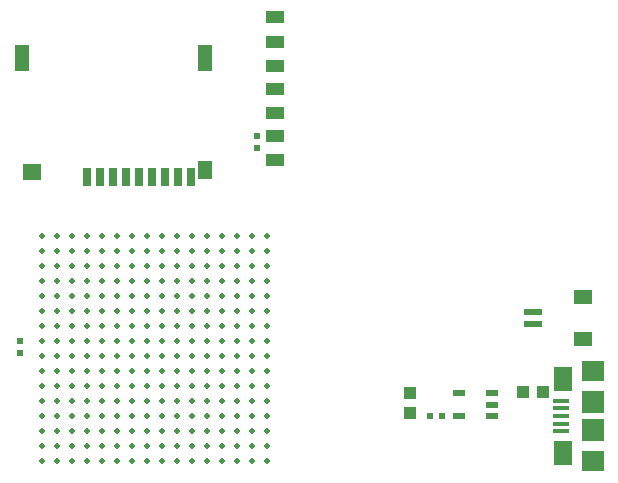
<source format=gbr>
G04 EAGLE Gerber RS-274X export*
G75*
%MOMM*%
%FSLAX34Y34*%
%LPD*%
%INSolderpaste Top*%
%IPPOS*%
%AMOC8*
5,1,8,0,0,1.08239X$1,22.5*%
G01*
%ADD10C,0.500000*%
%ADD11R,0.600000X0.500000*%
%ADD12R,0.700000X1.600000*%
%ADD13R,1.200000X1.600000*%
%ADD14R,1.200000X2.200000*%
%ADD15R,1.600000X1.400000*%
%ADD16R,1.500000X1.000000*%
%ADD17R,1.100000X0.600000*%
%ADD18R,1.900000X1.800000*%
%ADD19R,1.900000X1.900000*%
%ADD20R,1.600000X2.100000*%
%ADD21R,1.350000X0.400000*%
%ADD22R,1.100000X1.000000*%
%ADD23R,1.000000X1.100000*%
%ADD24R,0.500000X0.600000*%
%ADD25R,1.600000X1.200000*%
%ADD26R,1.600000X0.600000*%


D10*
X26670Y12954D03*
X26670Y25654D03*
X26670Y38354D03*
X26670Y51054D03*
X26670Y63754D03*
X26670Y76454D03*
X26670Y89154D03*
X26670Y101854D03*
X26670Y114554D03*
X26670Y127254D03*
X26670Y139954D03*
X26670Y152654D03*
X26670Y165354D03*
X26670Y178054D03*
X26670Y190754D03*
X26670Y203454D03*
X39370Y12954D03*
X39370Y25654D03*
X39370Y38354D03*
X39370Y51054D03*
X39370Y63754D03*
X39370Y76454D03*
X39370Y89154D03*
X39370Y101854D03*
X39370Y114554D03*
X39370Y127254D03*
X39370Y139954D03*
X39370Y152654D03*
X39370Y165354D03*
X39370Y178054D03*
X39370Y190754D03*
X39370Y203454D03*
X52070Y12954D03*
X52070Y25654D03*
X52070Y38354D03*
X52070Y51054D03*
X52070Y63754D03*
X52070Y76454D03*
X52070Y89154D03*
X52070Y101854D03*
X52070Y114554D03*
X52070Y127254D03*
X52070Y139954D03*
X52070Y152654D03*
X52070Y165354D03*
X52070Y178054D03*
X52070Y190754D03*
X52070Y203454D03*
X64770Y12954D03*
X64770Y25654D03*
X64770Y38354D03*
X64770Y51054D03*
X64770Y63754D03*
X64770Y76454D03*
X64770Y89154D03*
X64770Y101854D03*
X64770Y114554D03*
X64770Y127254D03*
X64770Y139954D03*
X64770Y152654D03*
X64770Y165354D03*
X64770Y178054D03*
X64770Y190754D03*
X64770Y203454D03*
X77470Y12954D03*
X77470Y25654D03*
X77470Y38354D03*
X77470Y51054D03*
X77470Y63754D03*
X77470Y76454D03*
X77470Y89154D03*
X77470Y101854D03*
X77470Y114554D03*
X77470Y127254D03*
X77470Y139954D03*
X77470Y152654D03*
X77470Y165354D03*
X77470Y178054D03*
X77470Y190754D03*
X77470Y203454D03*
X90170Y12954D03*
X90170Y25654D03*
X90170Y38354D03*
X90170Y51054D03*
X90170Y63754D03*
X90170Y76454D03*
X90170Y89154D03*
X90170Y101854D03*
X90170Y114554D03*
X90170Y127254D03*
X90170Y139954D03*
X90170Y152654D03*
X90170Y165354D03*
X90170Y178054D03*
X90170Y190754D03*
X90170Y203454D03*
X102870Y12954D03*
X102870Y25654D03*
X102870Y38354D03*
X102870Y51054D03*
X102870Y63754D03*
X102870Y76454D03*
X102870Y89154D03*
X102870Y101854D03*
X102870Y114554D03*
X102870Y127254D03*
X102870Y139954D03*
X102870Y152654D03*
X102870Y165354D03*
X102870Y178054D03*
X102870Y190754D03*
X102870Y203454D03*
X115570Y12954D03*
X115570Y25654D03*
X115570Y38354D03*
X115570Y51054D03*
X115570Y63754D03*
X115570Y76454D03*
X115570Y89154D03*
X115570Y101854D03*
X115570Y114554D03*
X115570Y127254D03*
X115570Y139954D03*
X115570Y152654D03*
X115570Y165354D03*
X115570Y178054D03*
X115570Y190754D03*
X115570Y203454D03*
X128270Y12954D03*
X128270Y25654D03*
X128270Y38354D03*
X128270Y51054D03*
X128270Y63754D03*
X128270Y76454D03*
X128270Y89154D03*
X128270Y101854D03*
X128270Y114554D03*
X128270Y127254D03*
X128270Y139954D03*
X128270Y152654D03*
X128270Y165354D03*
X128270Y178054D03*
X128270Y190754D03*
X128270Y203454D03*
X140970Y12954D03*
X140970Y25654D03*
X140970Y38354D03*
X140970Y51054D03*
X140970Y63754D03*
X140970Y76454D03*
X140970Y89154D03*
X140970Y101854D03*
X140970Y114554D03*
X140970Y127254D03*
X140970Y139954D03*
X140970Y152654D03*
X140970Y165354D03*
X140970Y178054D03*
X140970Y190754D03*
X140970Y203454D03*
X153670Y12954D03*
X153670Y25654D03*
X153670Y38354D03*
X153670Y51054D03*
X153670Y63754D03*
X153670Y76454D03*
X153670Y89154D03*
X153670Y101854D03*
X153670Y114554D03*
X153670Y127254D03*
X153670Y139954D03*
X153670Y152654D03*
X153670Y165354D03*
X153670Y178054D03*
X153670Y190754D03*
X153670Y203454D03*
X166370Y12954D03*
X166370Y25654D03*
X166370Y38354D03*
X166370Y51054D03*
X166370Y63754D03*
X166370Y76454D03*
X166370Y89154D03*
X166370Y101854D03*
X166370Y114554D03*
X166370Y127254D03*
X166370Y139954D03*
X166370Y152654D03*
X166370Y165354D03*
X166370Y178054D03*
X166370Y190754D03*
X166370Y203454D03*
X179070Y12954D03*
X179070Y25654D03*
X179070Y38354D03*
X179070Y51054D03*
X179070Y63754D03*
X179070Y76454D03*
X179070Y89154D03*
X179070Y101854D03*
X179070Y114554D03*
X179070Y127254D03*
X179070Y139954D03*
X179070Y152654D03*
X179070Y165354D03*
X179070Y178054D03*
X179070Y190754D03*
X179070Y203454D03*
X191770Y12954D03*
X191770Y25654D03*
X191770Y38354D03*
X191770Y51054D03*
X191770Y63754D03*
X191770Y76454D03*
X191770Y89154D03*
X191770Y101854D03*
X191770Y114554D03*
X191770Y127254D03*
X191770Y139954D03*
X191770Y152654D03*
X191770Y165354D03*
X191770Y178054D03*
X191770Y190754D03*
X191770Y203454D03*
X204470Y12954D03*
X204470Y25654D03*
X204470Y38354D03*
X204470Y51054D03*
X204470Y63754D03*
X204470Y76454D03*
X204470Y89154D03*
X204470Y101854D03*
X204470Y114554D03*
X204470Y127254D03*
X204470Y139954D03*
X204470Y152654D03*
X204470Y165354D03*
X204470Y178054D03*
X204470Y190754D03*
X204470Y203454D03*
X217170Y12954D03*
X217170Y25654D03*
X217170Y38354D03*
X217170Y51054D03*
X217170Y63754D03*
X217170Y76454D03*
X217170Y89154D03*
X217170Y101854D03*
X217170Y114554D03*
X217170Y127254D03*
X217170Y139954D03*
X217170Y152654D03*
X217170Y165354D03*
X217170Y178054D03*
X217170Y190754D03*
X217170Y203454D03*
D11*
X7620Y104220D03*
X7620Y114220D03*
D12*
X64966Y252730D03*
X75966Y252730D03*
X86966Y252730D03*
X97966Y252730D03*
X108966Y252730D03*
X119966Y252730D03*
X130966Y252730D03*
X141966Y252730D03*
X152966Y252730D03*
D13*
X164566Y258730D03*
D14*
X164466Y353730D03*
X9466Y353730D03*
D15*
X18466Y257730D03*
D16*
X223560Y267460D03*
X223560Y287460D03*
X223560Y307460D03*
X223560Y327460D03*
X223560Y347460D03*
X223560Y367460D03*
X223560Y388460D03*
D11*
X208280Y277702D03*
X208280Y287702D03*
D17*
X407250Y51006D03*
X407250Y60506D03*
X407250Y70006D03*
X379250Y51006D03*
X379250Y70006D03*
D18*
X492760Y12800D03*
D19*
X492760Y38800D03*
X492760Y62800D03*
D18*
X492760Y88800D03*
D20*
X467260Y81800D03*
X467260Y19800D03*
D21*
X466010Y50800D03*
X466010Y44300D03*
X466010Y63800D03*
X466010Y57300D03*
X466010Y37800D03*
D22*
X337820Y69968D03*
X337820Y52968D03*
D23*
X433460Y71120D03*
X450460Y71120D03*
D24*
X355172Y51054D03*
X365172Y51054D03*
D25*
X484220Y115760D03*
X484220Y151760D03*
D26*
X442220Y128760D03*
X442220Y138760D03*
M02*

</source>
